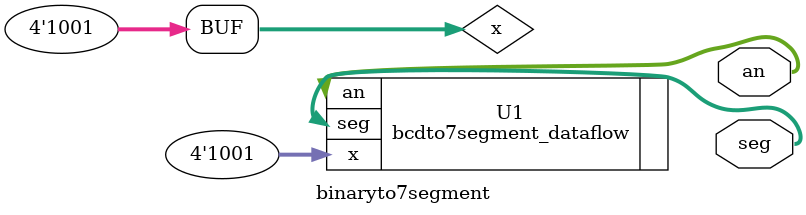
<source format=v>
`timescale 1ns / 1ps

module binaryto7segment(
    output [3:0] an,
    output [6:0] seg
    );
      
	wire [3:0] x = 4'b1001;
   
	bcdto7segment_dataflow U1 (
        .x(x), 
        .an(an), 
        .seg(seg)
    );
   
endmodule
</source>
